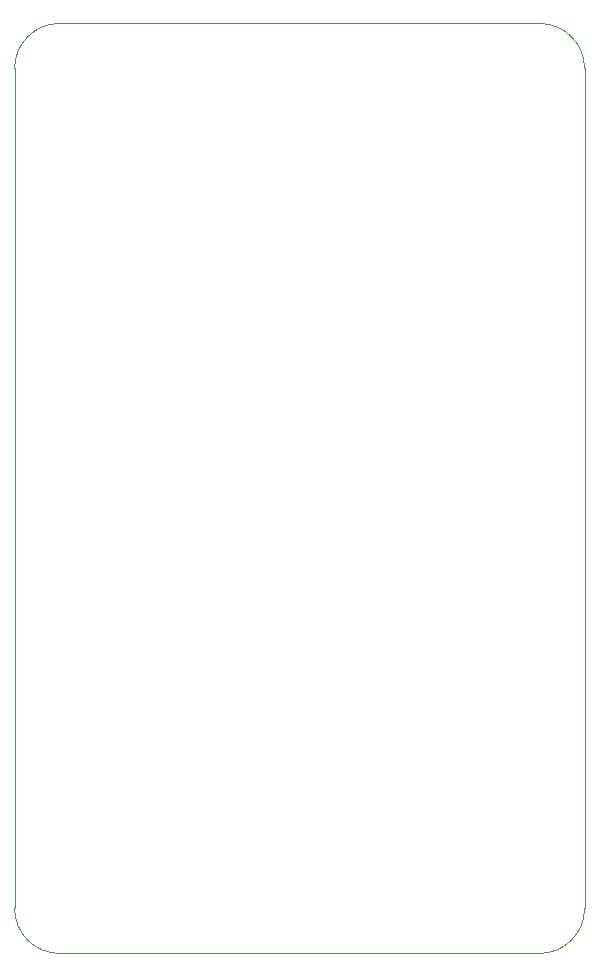
<source format=gbr>
G04 #@! TF.GenerationSoftware,KiCad,Pcbnew,(5.1.4)-1*
G04 #@! TF.CreationDate,2020-02-10T17:26:08+08:00*
G04 #@! TF.ProjectId,F1C100s-i80,46314331-3030-4732-9d69-38302e6b6963,rev?*
G04 #@! TF.SameCoordinates,Original*
G04 #@! TF.FileFunction,Profile,NP*
%FSLAX46Y46*%
G04 Gerber Fmt 4.6, Leading zero omitted, Abs format (unit mm)*
G04 Created by KiCad (PCBNEW (5.1.4)-1) date 2020-02-10 17:26:08*
%MOMM*%
%LPD*%
G04 APERTURE LIST*
%ADD10C,0.050000*%
G04 APERTURE END LIST*
D10*
X44450000Y-99060000D02*
X85090000Y-99060000D01*
X40640000Y-24130000D02*
X40640000Y-95250000D01*
X85090000Y-20320000D02*
X44450000Y-20320000D01*
X88900000Y-95250000D02*
X88900000Y-24130000D01*
X88900000Y-95250000D02*
G75*
G02X85090000Y-99060000I-3810000J0D01*
G01*
X44450000Y-99060000D02*
G75*
G02X40640000Y-95250000I0J3810000D01*
G01*
X85090000Y-20320000D02*
G75*
G02X88900000Y-24130000I0J-3810000D01*
G01*
X40640000Y-24130000D02*
G75*
G02X44450000Y-20320000I3810000J0D01*
G01*
M02*

</source>
